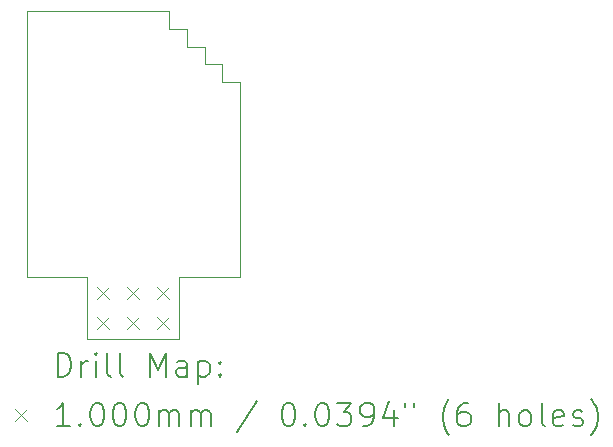
<source format=gbr>
%TF.GenerationSoftware,KiCad,Pcbnew,8.0.6*%
%TF.CreationDate,2024-11-11T17:29:23+03:00*%
%TF.ProjectId,broken-file badge,62726f6b-656e-42d6-9669-6c6520626164,rev?*%
%TF.SameCoordinates,Original*%
%TF.FileFunction,Drillmap*%
%TF.FilePolarity,Positive*%
%FSLAX45Y45*%
G04 Gerber Fmt 4.5, Leading zero omitted, Abs format (unit mm)*
G04 Created by KiCad (PCBNEW 8.0.6) date 2024-11-11 17:29:23*
%MOMM*%
%LPD*%
G01*
G04 APERTURE LIST*
%ADD10C,0.050000*%
%ADD11C,0.200000*%
%ADD12C,0.100000*%
G04 APERTURE END LIST*
D10*
X4987000Y-3211000D02*
X3787000Y-3211000D01*
X5288000Y-3659000D02*
X5288000Y-3511000D01*
X5588000Y-3811000D02*
X5435000Y-3811000D01*
X5288000Y-3511000D02*
X5135000Y-3511000D01*
X4987000Y-3363000D02*
X4987000Y-3211000D01*
X5135000Y-3511000D02*
X5135000Y-3363000D01*
X5435000Y-3811000D02*
X5435000Y-3659000D01*
X5435000Y-3659000D02*
X5288000Y-3659000D01*
X3787000Y-3211000D02*
X3787000Y-5459000D01*
X4289000Y-5459000D02*
X4289000Y-5991000D01*
X4289000Y-5991000D02*
X5074000Y-5991000D01*
X3787000Y-5459000D02*
X4289000Y-5459000D01*
X5074000Y-5459000D02*
X5587000Y-5459000D01*
X5587000Y-5459000D02*
X5588000Y-3811000D01*
X5074000Y-5991000D02*
X5074000Y-5459000D01*
X5135000Y-3363000D02*
X4987000Y-3363000D01*
D11*
D12*
X4377500Y-5549500D02*
X4477500Y-5649500D01*
X4477500Y-5549500D02*
X4377500Y-5649500D01*
X4377500Y-5803500D02*
X4477500Y-5903500D01*
X4477500Y-5803500D02*
X4377500Y-5903500D01*
X4631500Y-5549500D02*
X4731500Y-5649500D01*
X4731500Y-5549500D02*
X4631500Y-5649500D01*
X4631500Y-5803500D02*
X4731500Y-5903500D01*
X4731500Y-5803500D02*
X4631500Y-5903500D01*
X4885500Y-5549500D02*
X4985500Y-5649500D01*
X4985500Y-5549500D02*
X4885500Y-5649500D01*
X4885500Y-5803500D02*
X4985500Y-5903500D01*
X4985500Y-5803500D02*
X4885500Y-5903500D01*
D11*
X4045277Y-6304984D02*
X4045277Y-6104984D01*
X4045277Y-6104984D02*
X4092896Y-6104984D01*
X4092896Y-6104984D02*
X4121467Y-6114508D01*
X4121467Y-6114508D02*
X4140515Y-6133555D01*
X4140515Y-6133555D02*
X4150039Y-6152603D01*
X4150039Y-6152603D02*
X4159562Y-6190698D01*
X4159562Y-6190698D02*
X4159562Y-6219269D01*
X4159562Y-6219269D02*
X4150039Y-6257365D01*
X4150039Y-6257365D02*
X4140515Y-6276412D01*
X4140515Y-6276412D02*
X4121467Y-6295460D01*
X4121467Y-6295460D02*
X4092896Y-6304984D01*
X4092896Y-6304984D02*
X4045277Y-6304984D01*
X4245277Y-6304984D02*
X4245277Y-6171650D01*
X4245277Y-6209746D02*
X4254801Y-6190698D01*
X4254801Y-6190698D02*
X4264324Y-6181174D01*
X4264324Y-6181174D02*
X4283372Y-6171650D01*
X4283372Y-6171650D02*
X4302420Y-6171650D01*
X4369086Y-6304984D02*
X4369086Y-6171650D01*
X4369086Y-6104984D02*
X4359563Y-6114508D01*
X4359563Y-6114508D02*
X4369086Y-6124031D01*
X4369086Y-6124031D02*
X4378610Y-6114508D01*
X4378610Y-6114508D02*
X4369086Y-6104984D01*
X4369086Y-6104984D02*
X4369086Y-6124031D01*
X4492896Y-6304984D02*
X4473848Y-6295460D01*
X4473848Y-6295460D02*
X4464324Y-6276412D01*
X4464324Y-6276412D02*
X4464324Y-6104984D01*
X4597658Y-6304984D02*
X4578610Y-6295460D01*
X4578610Y-6295460D02*
X4569086Y-6276412D01*
X4569086Y-6276412D02*
X4569086Y-6104984D01*
X4826229Y-6304984D02*
X4826229Y-6104984D01*
X4826229Y-6104984D02*
X4892896Y-6247841D01*
X4892896Y-6247841D02*
X4959563Y-6104984D01*
X4959563Y-6104984D02*
X4959563Y-6304984D01*
X5140515Y-6304984D02*
X5140515Y-6200222D01*
X5140515Y-6200222D02*
X5130991Y-6181174D01*
X5130991Y-6181174D02*
X5111944Y-6171650D01*
X5111944Y-6171650D02*
X5073848Y-6171650D01*
X5073848Y-6171650D02*
X5054801Y-6181174D01*
X5140515Y-6295460D02*
X5121467Y-6304984D01*
X5121467Y-6304984D02*
X5073848Y-6304984D01*
X5073848Y-6304984D02*
X5054801Y-6295460D01*
X5054801Y-6295460D02*
X5045277Y-6276412D01*
X5045277Y-6276412D02*
X5045277Y-6257365D01*
X5045277Y-6257365D02*
X5054801Y-6238317D01*
X5054801Y-6238317D02*
X5073848Y-6228793D01*
X5073848Y-6228793D02*
X5121467Y-6228793D01*
X5121467Y-6228793D02*
X5140515Y-6219269D01*
X5235753Y-6171650D02*
X5235753Y-6371650D01*
X5235753Y-6181174D02*
X5254801Y-6171650D01*
X5254801Y-6171650D02*
X5292896Y-6171650D01*
X5292896Y-6171650D02*
X5311944Y-6181174D01*
X5311944Y-6181174D02*
X5321467Y-6190698D01*
X5321467Y-6190698D02*
X5330991Y-6209746D01*
X5330991Y-6209746D02*
X5330991Y-6266888D01*
X5330991Y-6266888D02*
X5321467Y-6285936D01*
X5321467Y-6285936D02*
X5311944Y-6295460D01*
X5311944Y-6295460D02*
X5292896Y-6304984D01*
X5292896Y-6304984D02*
X5254801Y-6304984D01*
X5254801Y-6304984D02*
X5235753Y-6295460D01*
X5416705Y-6285936D02*
X5426229Y-6295460D01*
X5426229Y-6295460D02*
X5416705Y-6304984D01*
X5416705Y-6304984D02*
X5407182Y-6295460D01*
X5407182Y-6295460D02*
X5416705Y-6285936D01*
X5416705Y-6285936D02*
X5416705Y-6304984D01*
X5416705Y-6181174D02*
X5426229Y-6190698D01*
X5426229Y-6190698D02*
X5416705Y-6200222D01*
X5416705Y-6200222D02*
X5407182Y-6190698D01*
X5407182Y-6190698D02*
X5416705Y-6181174D01*
X5416705Y-6181174D02*
X5416705Y-6200222D01*
D12*
X3684500Y-6583500D02*
X3784500Y-6683500D01*
X3784500Y-6583500D02*
X3684500Y-6683500D01*
D11*
X4150039Y-6724984D02*
X4035753Y-6724984D01*
X4092896Y-6724984D02*
X4092896Y-6524984D01*
X4092896Y-6524984D02*
X4073848Y-6553555D01*
X4073848Y-6553555D02*
X4054801Y-6572603D01*
X4054801Y-6572603D02*
X4035753Y-6582127D01*
X4235753Y-6705936D02*
X4245277Y-6715460D01*
X4245277Y-6715460D02*
X4235753Y-6724984D01*
X4235753Y-6724984D02*
X4226229Y-6715460D01*
X4226229Y-6715460D02*
X4235753Y-6705936D01*
X4235753Y-6705936D02*
X4235753Y-6724984D01*
X4369086Y-6524984D02*
X4388134Y-6524984D01*
X4388134Y-6524984D02*
X4407182Y-6534508D01*
X4407182Y-6534508D02*
X4416705Y-6544031D01*
X4416705Y-6544031D02*
X4426229Y-6563079D01*
X4426229Y-6563079D02*
X4435753Y-6601174D01*
X4435753Y-6601174D02*
X4435753Y-6648793D01*
X4435753Y-6648793D02*
X4426229Y-6686888D01*
X4426229Y-6686888D02*
X4416705Y-6705936D01*
X4416705Y-6705936D02*
X4407182Y-6715460D01*
X4407182Y-6715460D02*
X4388134Y-6724984D01*
X4388134Y-6724984D02*
X4369086Y-6724984D01*
X4369086Y-6724984D02*
X4350039Y-6715460D01*
X4350039Y-6715460D02*
X4340515Y-6705936D01*
X4340515Y-6705936D02*
X4330991Y-6686888D01*
X4330991Y-6686888D02*
X4321467Y-6648793D01*
X4321467Y-6648793D02*
X4321467Y-6601174D01*
X4321467Y-6601174D02*
X4330991Y-6563079D01*
X4330991Y-6563079D02*
X4340515Y-6544031D01*
X4340515Y-6544031D02*
X4350039Y-6534508D01*
X4350039Y-6534508D02*
X4369086Y-6524984D01*
X4559563Y-6524984D02*
X4578610Y-6524984D01*
X4578610Y-6524984D02*
X4597658Y-6534508D01*
X4597658Y-6534508D02*
X4607182Y-6544031D01*
X4607182Y-6544031D02*
X4616705Y-6563079D01*
X4616705Y-6563079D02*
X4626229Y-6601174D01*
X4626229Y-6601174D02*
X4626229Y-6648793D01*
X4626229Y-6648793D02*
X4616705Y-6686888D01*
X4616705Y-6686888D02*
X4607182Y-6705936D01*
X4607182Y-6705936D02*
X4597658Y-6715460D01*
X4597658Y-6715460D02*
X4578610Y-6724984D01*
X4578610Y-6724984D02*
X4559563Y-6724984D01*
X4559563Y-6724984D02*
X4540515Y-6715460D01*
X4540515Y-6715460D02*
X4530991Y-6705936D01*
X4530991Y-6705936D02*
X4521467Y-6686888D01*
X4521467Y-6686888D02*
X4511944Y-6648793D01*
X4511944Y-6648793D02*
X4511944Y-6601174D01*
X4511944Y-6601174D02*
X4521467Y-6563079D01*
X4521467Y-6563079D02*
X4530991Y-6544031D01*
X4530991Y-6544031D02*
X4540515Y-6534508D01*
X4540515Y-6534508D02*
X4559563Y-6524984D01*
X4750039Y-6524984D02*
X4769086Y-6524984D01*
X4769086Y-6524984D02*
X4788134Y-6534508D01*
X4788134Y-6534508D02*
X4797658Y-6544031D01*
X4797658Y-6544031D02*
X4807182Y-6563079D01*
X4807182Y-6563079D02*
X4816705Y-6601174D01*
X4816705Y-6601174D02*
X4816705Y-6648793D01*
X4816705Y-6648793D02*
X4807182Y-6686888D01*
X4807182Y-6686888D02*
X4797658Y-6705936D01*
X4797658Y-6705936D02*
X4788134Y-6715460D01*
X4788134Y-6715460D02*
X4769086Y-6724984D01*
X4769086Y-6724984D02*
X4750039Y-6724984D01*
X4750039Y-6724984D02*
X4730991Y-6715460D01*
X4730991Y-6715460D02*
X4721467Y-6705936D01*
X4721467Y-6705936D02*
X4711944Y-6686888D01*
X4711944Y-6686888D02*
X4702420Y-6648793D01*
X4702420Y-6648793D02*
X4702420Y-6601174D01*
X4702420Y-6601174D02*
X4711944Y-6563079D01*
X4711944Y-6563079D02*
X4721467Y-6544031D01*
X4721467Y-6544031D02*
X4730991Y-6534508D01*
X4730991Y-6534508D02*
X4750039Y-6524984D01*
X4902420Y-6724984D02*
X4902420Y-6591650D01*
X4902420Y-6610698D02*
X4911944Y-6601174D01*
X4911944Y-6601174D02*
X4930991Y-6591650D01*
X4930991Y-6591650D02*
X4959563Y-6591650D01*
X4959563Y-6591650D02*
X4978610Y-6601174D01*
X4978610Y-6601174D02*
X4988134Y-6620222D01*
X4988134Y-6620222D02*
X4988134Y-6724984D01*
X4988134Y-6620222D02*
X4997658Y-6601174D01*
X4997658Y-6601174D02*
X5016705Y-6591650D01*
X5016705Y-6591650D02*
X5045277Y-6591650D01*
X5045277Y-6591650D02*
X5064325Y-6601174D01*
X5064325Y-6601174D02*
X5073848Y-6620222D01*
X5073848Y-6620222D02*
X5073848Y-6724984D01*
X5169086Y-6724984D02*
X5169086Y-6591650D01*
X5169086Y-6610698D02*
X5178610Y-6601174D01*
X5178610Y-6601174D02*
X5197658Y-6591650D01*
X5197658Y-6591650D02*
X5226229Y-6591650D01*
X5226229Y-6591650D02*
X5245277Y-6601174D01*
X5245277Y-6601174D02*
X5254801Y-6620222D01*
X5254801Y-6620222D02*
X5254801Y-6724984D01*
X5254801Y-6620222D02*
X5264325Y-6601174D01*
X5264325Y-6601174D02*
X5283372Y-6591650D01*
X5283372Y-6591650D02*
X5311944Y-6591650D01*
X5311944Y-6591650D02*
X5330991Y-6601174D01*
X5330991Y-6601174D02*
X5340515Y-6620222D01*
X5340515Y-6620222D02*
X5340515Y-6724984D01*
X5730991Y-6515460D02*
X5559563Y-6772603D01*
X5988134Y-6524984D02*
X6007182Y-6524984D01*
X6007182Y-6524984D02*
X6026229Y-6534508D01*
X6026229Y-6534508D02*
X6035753Y-6544031D01*
X6035753Y-6544031D02*
X6045277Y-6563079D01*
X6045277Y-6563079D02*
X6054801Y-6601174D01*
X6054801Y-6601174D02*
X6054801Y-6648793D01*
X6054801Y-6648793D02*
X6045277Y-6686888D01*
X6045277Y-6686888D02*
X6035753Y-6705936D01*
X6035753Y-6705936D02*
X6026229Y-6715460D01*
X6026229Y-6715460D02*
X6007182Y-6724984D01*
X6007182Y-6724984D02*
X5988134Y-6724984D01*
X5988134Y-6724984D02*
X5969086Y-6715460D01*
X5969086Y-6715460D02*
X5959563Y-6705936D01*
X5959563Y-6705936D02*
X5950039Y-6686888D01*
X5950039Y-6686888D02*
X5940515Y-6648793D01*
X5940515Y-6648793D02*
X5940515Y-6601174D01*
X5940515Y-6601174D02*
X5950039Y-6563079D01*
X5950039Y-6563079D02*
X5959563Y-6544031D01*
X5959563Y-6544031D02*
X5969086Y-6534508D01*
X5969086Y-6534508D02*
X5988134Y-6524984D01*
X6140515Y-6705936D02*
X6150039Y-6715460D01*
X6150039Y-6715460D02*
X6140515Y-6724984D01*
X6140515Y-6724984D02*
X6130991Y-6715460D01*
X6130991Y-6715460D02*
X6140515Y-6705936D01*
X6140515Y-6705936D02*
X6140515Y-6724984D01*
X6273848Y-6524984D02*
X6292896Y-6524984D01*
X6292896Y-6524984D02*
X6311944Y-6534508D01*
X6311944Y-6534508D02*
X6321467Y-6544031D01*
X6321467Y-6544031D02*
X6330991Y-6563079D01*
X6330991Y-6563079D02*
X6340515Y-6601174D01*
X6340515Y-6601174D02*
X6340515Y-6648793D01*
X6340515Y-6648793D02*
X6330991Y-6686888D01*
X6330991Y-6686888D02*
X6321467Y-6705936D01*
X6321467Y-6705936D02*
X6311944Y-6715460D01*
X6311944Y-6715460D02*
X6292896Y-6724984D01*
X6292896Y-6724984D02*
X6273848Y-6724984D01*
X6273848Y-6724984D02*
X6254801Y-6715460D01*
X6254801Y-6715460D02*
X6245277Y-6705936D01*
X6245277Y-6705936D02*
X6235753Y-6686888D01*
X6235753Y-6686888D02*
X6226229Y-6648793D01*
X6226229Y-6648793D02*
X6226229Y-6601174D01*
X6226229Y-6601174D02*
X6235753Y-6563079D01*
X6235753Y-6563079D02*
X6245277Y-6544031D01*
X6245277Y-6544031D02*
X6254801Y-6534508D01*
X6254801Y-6534508D02*
X6273848Y-6524984D01*
X6407182Y-6524984D02*
X6530991Y-6524984D01*
X6530991Y-6524984D02*
X6464325Y-6601174D01*
X6464325Y-6601174D02*
X6492896Y-6601174D01*
X6492896Y-6601174D02*
X6511944Y-6610698D01*
X6511944Y-6610698D02*
X6521467Y-6620222D01*
X6521467Y-6620222D02*
X6530991Y-6639269D01*
X6530991Y-6639269D02*
X6530991Y-6686888D01*
X6530991Y-6686888D02*
X6521467Y-6705936D01*
X6521467Y-6705936D02*
X6511944Y-6715460D01*
X6511944Y-6715460D02*
X6492896Y-6724984D01*
X6492896Y-6724984D02*
X6435753Y-6724984D01*
X6435753Y-6724984D02*
X6416706Y-6715460D01*
X6416706Y-6715460D02*
X6407182Y-6705936D01*
X6626229Y-6724984D02*
X6664325Y-6724984D01*
X6664325Y-6724984D02*
X6683372Y-6715460D01*
X6683372Y-6715460D02*
X6692896Y-6705936D01*
X6692896Y-6705936D02*
X6711944Y-6677365D01*
X6711944Y-6677365D02*
X6721467Y-6639269D01*
X6721467Y-6639269D02*
X6721467Y-6563079D01*
X6721467Y-6563079D02*
X6711944Y-6544031D01*
X6711944Y-6544031D02*
X6702420Y-6534508D01*
X6702420Y-6534508D02*
X6683372Y-6524984D01*
X6683372Y-6524984D02*
X6645277Y-6524984D01*
X6645277Y-6524984D02*
X6626229Y-6534508D01*
X6626229Y-6534508D02*
X6616706Y-6544031D01*
X6616706Y-6544031D02*
X6607182Y-6563079D01*
X6607182Y-6563079D02*
X6607182Y-6610698D01*
X6607182Y-6610698D02*
X6616706Y-6629746D01*
X6616706Y-6629746D02*
X6626229Y-6639269D01*
X6626229Y-6639269D02*
X6645277Y-6648793D01*
X6645277Y-6648793D02*
X6683372Y-6648793D01*
X6683372Y-6648793D02*
X6702420Y-6639269D01*
X6702420Y-6639269D02*
X6711944Y-6629746D01*
X6711944Y-6629746D02*
X6721467Y-6610698D01*
X6892896Y-6591650D02*
X6892896Y-6724984D01*
X6845277Y-6515460D02*
X6797658Y-6658317D01*
X6797658Y-6658317D02*
X6921467Y-6658317D01*
X6988134Y-6524984D02*
X6988134Y-6563079D01*
X7064325Y-6524984D02*
X7064325Y-6563079D01*
X7359563Y-6801174D02*
X7350039Y-6791650D01*
X7350039Y-6791650D02*
X7330991Y-6763079D01*
X7330991Y-6763079D02*
X7321468Y-6744031D01*
X7321468Y-6744031D02*
X7311944Y-6715460D01*
X7311944Y-6715460D02*
X7302420Y-6667841D01*
X7302420Y-6667841D02*
X7302420Y-6629746D01*
X7302420Y-6629746D02*
X7311944Y-6582127D01*
X7311944Y-6582127D02*
X7321468Y-6553555D01*
X7321468Y-6553555D02*
X7330991Y-6534508D01*
X7330991Y-6534508D02*
X7350039Y-6505936D01*
X7350039Y-6505936D02*
X7359563Y-6496412D01*
X7521468Y-6524984D02*
X7483372Y-6524984D01*
X7483372Y-6524984D02*
X7464325Y-6534508D01*
X7464325Y-6534508D02*
X7454801Y-6544031D01*
X7454801Y-6544031D02*
X7435753Y-6572603D01*
X7435753Y-6572603D02*
X7426229Y-6610698D01*
X7426229Y-6610698D02*
X7426229Y-6686888D01*
X7426229Y-6686888D02*
X7435753Y-6705936D01*
X7435753Y-6705936D02*
X7445277Y-6715460D01*
X7445277Y-6715460D02*
X7464325Y-6724984D01*
X7464325Y-6724984D02*
X7502420Y-6724984D01*
X7502420Y-6724984D02*
X7521468Y-6715460D01*
X7521468Y-6715460D02*
X7530991Y-6705936D01*
X7530991Y-6705936D02*
X7540515Y-6686888D01*
X7540515Y-6686888D02*
X7540515Y-6639269D01*
X7540515Y-6639269D02*
X7530991Y-6620222D01*
X7530991Y-6620222D02*
X7521468Y-6610698D01*
X7521468Y-6610698D02*
X7502420Y-6601174D01*
X7502420Y-6601174D02*
X7464325Y-6601174D01*
X7464325Y-6601174D02*
X7445277Y-6610698D01*
X7445277Y-6610698D02*
X7435753Y-6620222D01*
X7435753Y-6620222D02*
X7426229Y-6639269D01*
X7778610Y-6724984D02*
X7778610Y-6524984D01*
X7864325Y-6724984D02*
X7864325Y-6620222D01*
X7864325Y-6620222D02*
X7854801Y-6601174D01*
X7854801Y-6601174D02*
X7835753Y-6591650D01*
X7835753Y-6591650D02*
X7807182Y-6591650D01*
X7807182Y-6591650D02*
X7788134Y-6601174D01*
X7788134Y-6601174D02*
X7778610Y-6610698D01*
X7988134Y-6724984D02*
X7969087Y-6715460D01*
X7969087Y-6715460D02*
X7959563Y-6705936D01*
X7959563Y-6705936D02*
X7950039Y-6686888D01*
X7950039Y-6686888D02*
X7950039Y-6629746D01*
X7950039Y-6629746D02*
X7959563Y-6610698D01*
X7959563Y-6610698D02*
X7969087Y-6601174D01*
X7969087Y-6601174D02*
X7988134Y-6591650D01*
X7988134Y-6591650D02*
X8016706Y-6591650D01*
X8016706Y-6591650D02*
X8035753Y-6601174D01*
X8035753Y-6601174D02*
X8045277Y-6610698D01*
X8045277Y-6610698D02*
X8054801Y-6629746D01*
X8054801Y-6629746D02*
X8054801Y-6686888D01*
X8054801Y-6686888D02*
X8045277Y-6705936D01*
X8045277Y-6705936D02*
X8035753Y-6715460D01*
X8035753Y-6715460D02*
X8016706Y-6724984D01*
X8016706Y-6724984D02*
X7988134Y-6724984D01*
X8169087Y-6724984D02*
X8150039Y-6715460D01*
X8150039Y-6715460D02*
X8140515Y-6696412D01*
X8140515Y-6696412D02*
X8140515Y-6524984D01*
X8321468Y-6715460D02*
X8302420Y-6724984D01*
X8302420Y-6724984D02*
X8264325Y-6724984D01*
X8264325Y-6724984D02*
X8245277Y-6715460D01*
X8245277Y-6715460D02*
X8235753Y-6696412D01*
X8235753Y-6696412D02*
X8235753Y-6620222D01*
X8235753Y-6620222D02*
X8245277Y-6601174D01*
X8245277Y-6601174D02*
X8264325Y-6591650D01*
X8264325Y-6591650D02*
X8302420Y-6591650D01*
X8302420Y-6591650D02*
X8321468Y-6601174D01*
X8321468Y-6601174D02*
X8330991Y-6620222D01*
X8330991Y-6620222D02*
X8330991Y-6639269D01*
X8330991Y-6639269D02*
X8235753Y-6658317D01*
X8407182Y-6715460D02*
X8426230Y-6724984D01*
X8426230Y-6724984D02*
X8464325Y-6724984D01*
X8464325Y-6724984D02*
X8483373Y-6715460D01*
X8483373Y-6715460D02*
X8492896Y-6696412D01*
X8492896Y-6696412D02*
X8492896Y-6686888D01*
X8492896Y-6686888D02*
X8483373Y-6667841D01*
X8483373Y-6667841D02*
X8464325Y-6658317D01*
X8464325Y-6658317D02*
X8435753Y-6658317D01*
X8435753Y-6658317D02*
X8416706Y-6648793D01*
X8416706Y-6648793D02*
X8407182Y-6629746D01*
X8407182Y-6629746D02*
X8407182Y-6620222D01*
X8407182Y-6620222D02*
X8416706Y-6601174D01*
X8416706Y-6601174D02*
X8435753Y-6591650D01*
X8435753Y-6591650D02*
X8464325Y-6591650D01*
X8464325Y-6591650D02*
X8483373Y-6601174D01*
X8559563Y-6801174D02*
X8569087Y-6791650D01*
X8569087Y-6791650D02*
X8588134Y-6763079D01*
X8588134Y-6763079D02*
X8597658Y-6744031D01*
X8597658Y-6744031D02*
X8607182Y-6715460D01*
X8607182Y-6715460D02*
X8616706Y-6667841D01*
X8616706Y-6667841D02*
X8616706Y-6629746D01*
X8616706Y-6629746D02*
X8607182Y-6582127D01*
X8607182Y-6582127D02*
X8597658Y-6553555D01*
X8597658Y-6553555D02*
X8588134Y-6534508D01*
X8588134Y-6534508D02*
X8569087Y-6505936D01*
X8569087Y-6505936D02*
X8559563Y-6496412D01*
M02*

</source>
